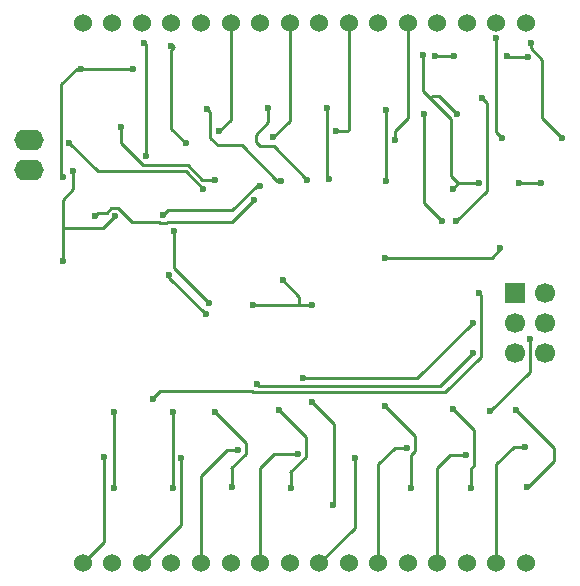
<source format=gbl>
G04 Layer_Physical_Order=2*
G04 Layer_Color=16711680*
%FSLAX25Y25*%
%MOIN*%
G70*
G01*
G75*
%ADD19C,0.01000*%
%ADD21O,0.09842X0.06890*%
%ADD22C,0.06693*%
%ADD23R,0.06693X0.06693*%
%ADD24C,0.06000*%
%ADD25C,0.02362*%
D19*
X66142Y187008D02*
X66929Y187795D01*
X153937Y185039D02*
X160236D01*
X177953Y185071D02*
X178379Y184645D01*
X185827Y187648D02*
X189764Y183711D01*
Y164173D02*
Y183711D01*
Y164173D02*
X196457Y157480D01*
X174409Y159449D02*
Y190945D01*
Y159449D02*
X176378Y157480D01*
X178379Y184645D02*
X185039D01*
X185827Y187648D02*
Y189370D01*
X152362Y170866D02*
X159449Y163779D01*
X150000Y173228D02*
X152362Y170866D01*
X155362Y171653D02*
X161268Y165748D01*
X152362Y170866D02*
X153150Y171653D01*
X155362D01*
X181890Y142520D02*
X189370D01*
X159843Y140551D02*
X161811Y142520D01*
X159449Y144882D02*
Y163779D01*
Y144882D02*
X161811Y142520D01*
X168504D01*
X169685Y170866D02*
X171185Y169366D01*
Y140083D02*
Y169366D01*
X161024Y129921D02*
X171185Y140083D01*
X150000Y173228D02*
Y185433D01*
X150394Y135827D02*
X156299Y129921D01*
X175591Y120472D02*
Y120866D01*
X150394Y135827D02*
Y165748D01*
X77953Y167323D02*
X79134Y166142D01*
X66142Y160630D02*
X70866Y155905D01*
X66142Y160630D02*
Y187008D01*
X56661Y148457D02*
X71695D01*
X41732Y146457D02*
X70866D01*
X66535Y188189D02*
X66929Y187795D01*
X57480Y151575D02*
Y188976D01*
X57087Y189370D02*
X57480Y188976D01*
X66142Y188189D02*
X66535D01*
X49213Y155905D02*
Y161417D01*
Y155905D02*
X56661Y148457D01*
X71695D02*
X76451Y143701D01*
X80564D01*
X32087Y156102D02*
X41732Y146457D01*
X29406Y175469D02*
X34646Y180709D01*
X29406Y145004D02*
Y175469D01*
Y145004D02*
X29921Y144488D01*
X34646Y180709D02*
X35827D01*
X53150D01*
X33464Y140551D02*
Y146456D01*
X29921Y137008D02*
X33464Y140551D01*
X70866Y146457D02*
X76772Y140551D01*
X86221Y133465D02*
X94488Y141732D01*
X64961Y133465D02*
X86221D01*
X64740Y129453D02*
X86146D01*
X64496Y129209D02*
X64740Y129453D01*
X62275Y129209D02*
X64496D01*
X62031Y129453D02*
X62275Y129209D01*
X53079Y129453D02*
X62031D01*
X48355Y134177D02*
X53079Y129453D01*
X86146D02*
X93701Y137008D01*
X63386Y131890D02*
X64961Y133465D01*
X94488Y141732D02*
X95669D01*
X46134Y134177D02*
X48355D01*
X44634Y132677D02*
X46134Y134177D01*
X41732Y132677D02*
X44634D01*
X40551Y131496D02*
X41732Y132677D01*
X43307Y127559D02*
X47244Y131496D01*
X29921Y127559D02*
X43307D01*
X66929Y114395D02*
X78569Y102756D01*
X66929Y114395D02*
Y126772D01*
X29921Y127559D02*
Y137008D01*
Y116535D02*
Y127559D01*
X184646Y41090D02*
X193626Y50071D01*
X115747Y16335D02*
X115748Y16335D01*
X56276Y15524D02*
X69291Y28539D01*
X99976Y157874D02*
X105500Y163398D01*
X66437Y66043D02*
X66535Y65945D01*
X120276Y35433D02*
Y62402D01*
X46752Y66043D02*
X46850Y65945D01*
X168504Y105905D02*
X169217Y105193D01*
X155587Y74878D02*
X166535Y85827D01*
X94488Y75590D02*
X95201Y74878D01*
X148031Y77559D02*
X166535Y96063D01*
X95201Y74878D02*
X155587D01*
X157378Y72878D02*
X169217Y84716D01*
X93409Y72878D02*
X157378D01*
X169217Y84716D02*
Y105193D01*
X93059Y73228D02*
X93409Y72878D01*
X62205Y73228D02*
X93059D01*
X109843Y77559D02*
X148031D01*
X108661Y101969D02*
X112992D01*
X93307D02*
X108661D01*
Y104724D01*
X103150Y110236D02*
X108661Y104724D01*
X172835Y117717D02*
X175591Y120472D01*
X65354Y111024D02*
Y111810D01*
Y111024D02*
X77559Y98819D01*
X137402Y117717D02*
X172835D01*
X185512Y90551D02*
X185555Y90508D01*
X174386Y48819D02*
X174398D01*
Y15929D02*
Y48819D01*
X159055Y51968D02*
X164173D01*
X154701Y47614D02*
X159055Y51968D01*
X154701Y16311D02*
Y47614D01*
X145990Y52041D02*
X146063Y51968D01*
Y40945D02*
Y51968D01*
X135016Y48819D02*
X135028D01*
Y15929D02*
Y48819D01*
X145990Y52041D02*
X147169Y53220D01*
X140528Y54331D02*
X144488D01*
X135016Y48819D02*
X140528Y54331D01*
X36602Y15929D02*
X43701Y23028D01*
Y51181D01*
X46850Y40945D02*
Y65945D01*
X66535Y40945D02*
Y65945D01*
X86221Y41339D02*
Y47587D01*
X86122Y47685D02*
X86221Y47587D01*
X105905Y40945D02*
Y46011D01*
X105807Y46110D02*
X105905Y46011D01*
X105807Y46110D02*
X110949Y51252D01*
X184646Y41090D02*
Y41339D01*
X166854Y48299D02*
Y60311D01*
X166142Y47586D02*
X166854Y48299D01*
X166142Y40945D02*
Y47586D01*
X81889Y159842D02*
X85815Y163768D01*
X79134Y157480D02*
Y166142D01*
Y157480D02*
X81496Y155118D01*
X89563D01*
X85815Y163768D02*
Y196047D01*
X118110Y144488D02*
Y167717D01*
X140551Y157087D02*
Y159866D01*
X144870Y164185D01*
Y196047D01*
X120865Y159842D02*
X124802D01*
X125185Y160224D01*
Y196047D01*
X118110Y144488D02*
X118504Y144095D01*
X99976Y157874D02*
X100000D01*
X95739Y154798D02*
X100320D01*
X94169Y158590D02*
X98425Y162847D01*
Y167717D01*
X100320Y154798D02*
X111417Y143701D01*
X94169Y156369D02*
X95739Y154798D01*
X94169Y156369D02*
Y158590D01*
X105500Y163398D02*
Y196047D01*
X89563Y155118D02*
X101374Y143307D01*
X102756D01*
X180291Y54724D02*
X183858D01*
X159843Y67323D02*
X166854Y60311D01*
X100394Y52362D02*
X108268D01*
X95657Y47626D02*
X100394Y52362D01*
X95657Y15929D02*
Y47626D01*
X75972Y15929D02*
Y44870D01*
X84645Y53543D01*
X88188D01*
X69291Y28539D02*
Y50787D01*
X174386Y48819D02*
X180291Y54724D01*
X181102Y66929D02*
X193626Y54405D01*
Y50071D02*
Y54405D01*
X80709Y66142D02*
X90869Y55981D01*
Y52432D02*
Y55981D01*
X86122Y47685D02*
X90869Y52432D01*
X101969Y66929D02*
X110949Y57949D01*
Y51252D02*
Y57949D01*
X127165Y27753D02*
Y50787D01*
X115747Y16335D02*
X127165Y27753D01*
X112992Y69685D02*
X120276Y62402D01*
X137402Y68110D02*
X147169Y58342D01*
Y53220D02*
Y58342D01*
X115342Y15929D02*
X115748Y16335D01*
X172441Y66535D02*
X185555Y79650D01*
Y90508D01*
X59842Y70472D02*
Y70866D01*
X62205Y73228D01*
X137795Y143307D02*
Y167028D01*
X46752Y66043D02*
X46850Y66142D01*
X66437Y66043D02*
X66535Y66142D01*
D21*
X18504Y147047D02*
D03*
Y156890D02*
D03*
D22*
X190709Y85905D02*
D03*
X180709D02*
D03*
X190709Y95906D02*
D03*
X180709D02*
D03*
X190709Y105905D02*
D03*
D23*
X180709D02*
D03*
D24*
X36602Y15929D02*
D03*
X46445D02*
D03*
X56287D02*
D03*
X75972D02*
D03*
X66130D02*
D03*
X95657D02*
D03*
X85815D02*
D03*
X115342D02*
D03*
X105500D02*
D03*
X135028D02*
D03*
X125185D02*
D03*
X154713D02*
D03*
X144870D02*
D03*
X174398D02*
D03*
X164555D02*
D03*
X184240D02*
D03*
Y196047D02*
D03*
X164555D02*
D03*
X174398D02*
D03*
X144870D02*
D03*
X154713D02*
D03*
X125185D02*
D03*
X135028D02*
D03*
X105500D02*
D03*
X115342D02*
D03*
X85815D02*
D03*
X95657D02*
D03*
X66130D02*
D03*
X75972D02*
D03*
X56287D02*
D03*
X46445D02*
D03*
X36602D02*
D03*
D25*
X153937Y185039D02*
D03*
X160236D02*
D03*
X177953Y185071D02*
D03*
X185039Y184645D02*
D03*
X185827Y189370D02*
D03*
X196457Y157480D02*
D03*
X174409Y190945D02*
D03*
X176378Y157480D02*
D03*
X161268Y165748D02*
D03*
X189370Y142520D02*
D03*
X181890D02*
D03*
X159843Y140551D02*
D03*
X168504Y142520D02*
D03*
X150000Y185433D02*
D03*
X161024Y129921D02*
D03*
X156299D02*
D03*
X175591Y120866D02*
D03*
X169685Y170866D02*
D03*
X150394Y165748D02*
D03*
X77953Y167323D02*
D03*
X70866Y155905D02*
D03*
X57480Y151575D02*
D03*
X66142Y188189D02*
D03*
X57087Y189370D02*
D03*
X49213Y161417D02*
D03*
X80564Y143701D02*
D03*
X32087Y156102D02*
D03*
X35827Y180709D02*
D03*
X33464Y146456D02*
D03*
X76772Y140551D02*
D03*
X63386Y131890D02*
D03*
X95669Y141732D02*
D03*
X40551Y131496D02*
D03*
X93701Y137008D02*
D03*
X47244Y131496D02*
D03*
X66929Y126772D02*
D03*
X53150Y180709D02*
D03*
X109843Y77559D02*
D03*
X103150Y110236D02*
D03*
X65354Y111810D02*
D03*
X78569Y102756D02*
D03*
X93307Y101969D02*
D03*
X112992D02*
D03*
X137402Y117717D02*
D03*
X29921Y116535D02*
D03*
X77559Y98819D02*
D03*
X185512Y90551D02*
D03*
X29921Y144488D02*
D03*
X144488Y54331D02*
D03*
X146063Y40945D02*
D03*
X43701Y51181D02*
D03*
X46850Y40945D02*
D03*
X66535D02*
D03*
X86221Y41339D02*
D03*
X105905Y40945D02*
D03*
X184646Y41339D02*
D03*
X166142Y40945D02*
D03*
X81889Y159842D02*
D03*
X118110Y167717D02*
D03*
X140551Y157087D02*
D03*
X120865Y159842D02*
D03*
X100000Y157874D02*
D03*
X98425Y167717D02*
D03*
X183858Y54724D02*
D03*
X164173Y51968D02*
D03*
X120079Y35433D02*
D03*
X69291Y50787D02*
D03*
X88188Y53543D02*
D03*
X108268Y52362D02*
D03*
X127165Y50787D02*
D03*
X172441Y66535D02*
D03*
X166535Y96063D02*
D03*
X94488Y75590D02*
D03*
X166535Y85827D02*
D03*
X59842Y70472D02*
D03*
X168504Y105905D02*
D03*
X102756Y143307D02*
D03*
X111417Y143701D02*
D03*
X118504Y144095D02*
D03*
X137795Y143307D02*
D03*
Y167028D02*
D03*
X46850Y66142D02*
D03*
X66535D02*
D03*
X80709D02*
D03*
X101969Y66929D02*
D03*
X181102D02*
D03*
X159843Y67323D02*
D03*
X137402Y68110D02*
D03*
X112992Y69685D02*
D03*
M02*

</source>
